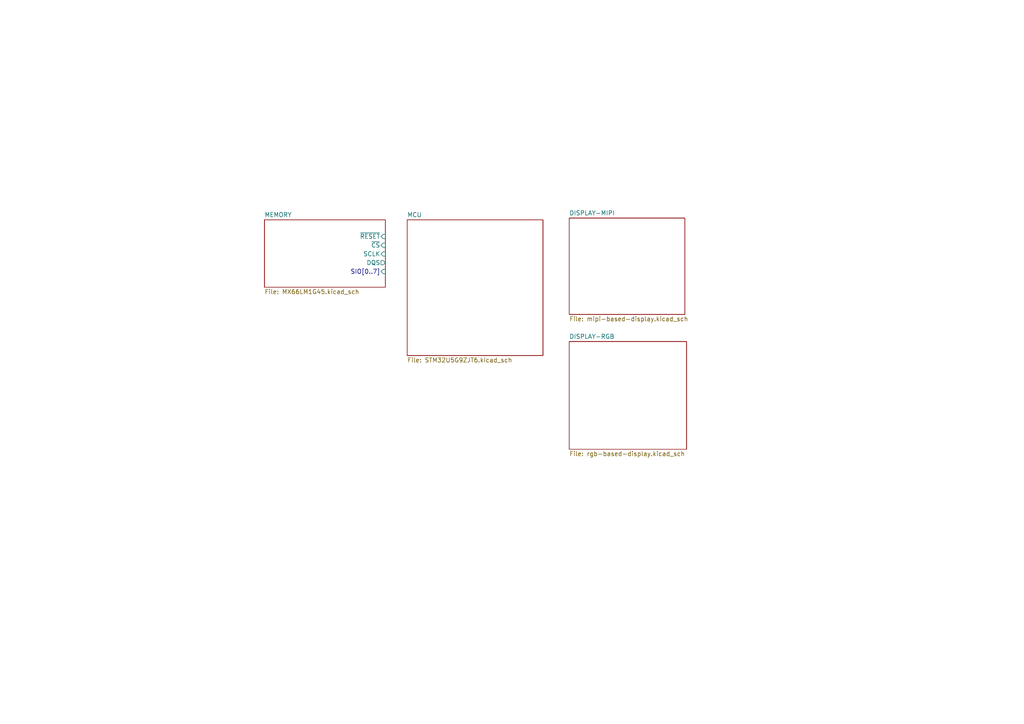
<source format=kicad_sch>
(kicad_sch
	(version 20231120)
	(generator "eeschema")
	(generator_version "8.0")
	(uuid "51b81e84-43c5-41b1-a9e5-678506f2d81f")
	(paper "A4")
	(lib_symbols)
	(sheet
		(at 76.708 63.754)
		(size 35.052 19.558)
		(fields_autoplaced yes)
		(stroke
			(width 0.1524)
			(type solid)
		)
		(fill
			(color 0 0 0 0.0000)
		)
		(uuid "5403b612-389a-44ba-91f7-9599b84bb494")
		(property "Sheetname" "MEMORY"
			(at 76.708 63.0424 0)
			(effects
				(font
					(size 1.27 1.27)
				)
				(justify left bottom)
			)
		)
		(property "Sheetfile" "MX66LM1G45.kicad_sch"
			(at 76.708 83.8966 0)
			(effects
				(font
					(size 1.27 1.27)
				)
				(justify left top)
			)
		)
		(pin "SIO[0..7]" input
			(at 111.76 78.74 0)
			(effects
				(font
					(size 1.27 1.27)
				)
				(justify right)
			)
			(uuid "4dd4df6f-c21b-4d19-8358-ede7a410cb30")
		)
		(pin "SCLK" input
			(at 111.76 73.66 0)
			(effects
				(font
					(size 1.27 1.27)
				)
				(justify right)
			)
			(uuid "10732955-ee3f-4138-b85f-3d052c1bbbf6")
		)
		(pin "DQS" output
			(at 111.76 76.2 0)
			(effects
				(font
					(size 1.27 1.27)
				)
				(justify right)
			)
			(uuid "e6da727d-1864-404b-a51c-1a35878964e9")
		)
		(pin "~{CS}" input
			(at 111.76 71.12 0)
			(effects
				(font
					(size 1.27 1.27)
				)
				(justify right)
			)
			(uuid "24ff6700-165a-412d-b553-f6e8ee04d18d")
		)
		(pin "~{RESET}" input
			(at 111.76 68.58 0)
			(effects
				(font
					(size 1.27 1.27)
				)
				(justify right)
			)
			(uuid "9133c929-61ec-40a4-be1d-1b3e39a2d5f4")
		)
		(instances
			(project "stm32u5g9-devkit"
				(path "/51b81e84-43c5-41b1-a9e5-678506f2d81f"
					(page "3")
				)
			)
		)
	)
	(sheet
		(at 165.1 63.246)
		(size 33.528 27.94)
		(fields_autoplaced yes)
		(stroke
			(width 0.1524)
			(type solid)
		)
		(fill
			(color 0 0 0 0.0000)
		)
		(uuid "7cb73551-083c-42ce-bbc9-9d5fde430653")
		(property "Sheetname" "DISPLAY-MIPI"
			(at 165.1 62.5344 0)
			(effects
				(font
					(size 1.27 1.27)
				)
				(justify left bottom)
			)
		)
		(property "Sheetfile" "mipi-based-display.kicad_sch"
			(at 165.1 91.7706 0)
			(effects
				(font
					(size 1.27 1.27)
				)
				(justify left top)
			)
		)
		(instances
			(project "stm32u5g9-devkit"
				(path "/51b81e84-43c5-41b1-a9e5-678506f2d81f"
					(page "4")
				)
			)
		)
	)
	(sheet
		(at 165.1 99.06)
		(size 34.036 31.242)
		(fields_autoplaced yes)
		(stroke
			(width 0.1524)
			(type solid)
		)
		(fill
			(color 0 0 0 0.0000)
		)
		(uuid "a6c0dce2-18f1-40bd-af1e-d834efa1f0a0")
		(property "Sheetname" "DISPLAY-RGB"
			(at 165.1 98.3484 0)
			(effects
				(font
					(size 1.27 1.27)
				)
				(justify left bottom)
			)
		)
		(property "Sheetfile" "rgb-based-display.kicad_sch"
			(at 165.1 130.8866 0)
			(effects
				(font
					(size 1.27 1.27)
				)
				(justify left top)
			)
		)
		(instances
			(project "stm32u5g9-devkit"
				(path "/51b81e84-43c5-41b1-a9e5-678506f2d81f"
					(page "5")
				)
			)
		)
	)
	(sheet
		(at 118.11 63.754)
		(size 39.37 39.37)
		(fields_autoplaced yes)
		(stroke
			(width 0.1524)
			(type solid)
		)
		(fill
			(color 0 0 0 0.0000)
		)
		(uuid "ee8e74de-5e84-4566-a5cc-7222f171bd08")
		(property "Sheetname" "MCU"
			(at 118.11 63.0424 0)
			(effects
				(font
					(size 1.27 1.27)
				)
				(justify left bottom)
			)
		)
		(property "Sheetfile" "STM32U5G9ZJT6.kicad_sch"
			(at 118.11 103.7086 0)
			(effects
				(font
					(size 1.27 1.27)
				)
				(justify left top)
			)
		)
		(instances
			(project "stm32u5g9-devkit"
				(path "/51b81e84-43c5-41b1-a9e5-678506f2d81f"
					(page "2")
				)
			)
		)
	)
	(sheet_instances
		(path "/"
			(page "1")
		)
	)
)

</source>
